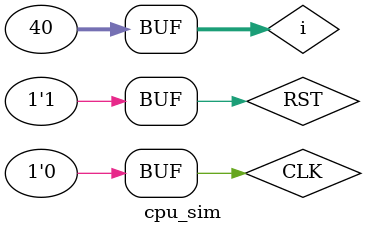
<source format=v>
`timescale 1ns / 1ps


module cpu_sim();
    reg CLK;
//    reg [7:0] Ins [0:255];
    reg RST;
    wire [31:0] CLUOut;
    
    CPU uut(
        .CLK(CLK),
        .Reset(RST)
    );
    integer i;
    initial begin
        CLK = 0;
        RST = 0;
        RST = 1;
        
        for (i = 0; i < 40; i = i + 1) begin
            #100;
            CLK = ~CLK;
        end
        
    end
endmodule

</source>
